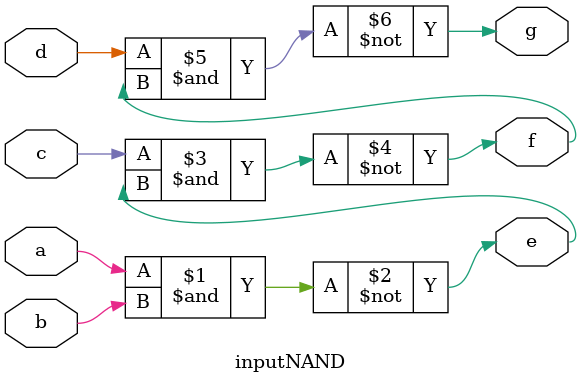
<source format=v>
`timescale 1ns / 1ps

module inputNAND(
    input a,b,c,d,
    output e,f,g
    );
    assign e=~(a&b);
    assign f=~(c&e);
    assign g=~(d&f);
endmodule

</source>
